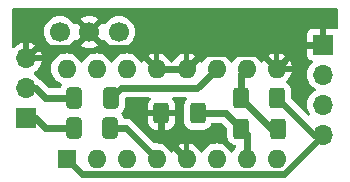
<source format=gbr>
%TF.GenerationSoftware,KiCad,Pcbnew,7.0.6*%
%TF.CreationDate,2023-11-12T17:11:07+05:00*%
%TF.ProjectId,FSKmodem,46534b6d-6f64-4656-9d2e-6b696361645f,rev?*%
%TF.SameCoordinates,Original*%
%TF.FileFunction,Copper,L2,Bot*%
%TF.FilePolarity,Positive*%
%FSLAX46Y46*%
G04 Gerber Fmt 4.6, Leading zero omitted, Abs format (unit mm)*
G04 Created by KiCad (PCBNEW 7.0.6) date 2023-11-12 17:11:07*
%MOMM*%
%LPD*%
G01*
G04 APERTURE LIST*
G04 Aperture macros list*
%AMRoundRect*
0 Rectangle with rounded corners*
0 $1 Rounding radius*
0 $2 $3 $4 $5 $6 $7 $8 $9 X,Y pos of 4 corners*
0 Add a 4 corners polygon primitive as box body*
4,1,4,$2,$3,$4,$5,$6,$7,$8,$9,$2,$3,0*
0 Add four circle primitives for the rounded corners*
1,1,$1+$1,$2,$3*
1,1,$1+$1,$4,$5*
1,1,$1+$1,$6,$7*
1,1,$1+$1,$8,$9*
0 Add four rect primitives between the rounded corners*
20,1,$1+$1,$2,$3,$4,$5,0*
20,1,$1+$1,$4,$5,$6,$7,0*
20,1,$1+$1,$6,$7,$8,$9,0*
20,1,$1+$1,$8,$9,$2,$3,0*%
G04 Aperture macros list end*
%TA.AperFunction,ComponentPad*%
%ADD10R,1.700000X1.700000*%
%TD*%
%TA.AperFunction,ComponentPad*%
%ADD11O,1.700000X1.700000*%
%TD*%
%TA.AperFunction,ComponentPad*%
%ADD12R,1.600000X1.600000*%
%TD*%
%TA.AperFunction,ComponentPad*%
%ADD13O,1.600000X1.600000*%
%TD*%
%TA.AperFunction,ComponentPad*%
%ADD14C,1.700000*%
%TD*%
%TA.AperFunction,SMDPad,CuDef*%
%ADD15RoundRect,0.250000X-0.400000X-0.625000X0.400000X-0.625000X0.400000X0.625000X-0.400000X0.625000X0*%
%TD*%
%TA.AperFunction,SMDPad,CuDef*%
%ADD16RoundRect,0.250000X0.412500X0.650000X-0.412500X0.650000X-0.412500X-0.650000X0.412500X-0.650000X0*%
%TD*%
%TA.AperFunction,Conductor*%
%ADD17C,0.600000*%
%TD*%
G04 APERTURE END LIST*
D10*
%TO.P,SV2,1,1*%
%TO.N,GND*%
X128975000Y-67282500D03*
D11*
%TO.P,SV2,2,2*%
%TO.N,Net-(IC1-TXD)*%
X128975000Y-69822500D03*
%TO.P,SV2,3,3*%
%TO.N,Net-(IC1-RXD)*%
X128975000Y-72362500D03*
%TO.P,SV2,4,4*%
%TO.N,+5V*%
X128975000Y-74902500D03*
%TD*%
D12*
%TO.P,IC1,1,VDD*%
%TO.N,+5V*%
X107240900Y-76945800D03*
D13*
%TO.P,IC1,2,CLK*%
%TO.N,unconnected-(IC1-CLK-Pad2)*%
X109780900Y-76945800D03*
%TO.P,IC1,3,CDT*%
%TO.N,unconnected-(IC1-CDT-Pad3)*%
X112320900Y-76945800D03*
%TO.P,IC1,4,RXA*%
%TO.N,Net-(IC1-RXA)*%
X114860900Y-76945800D03*
%TO.P,IC1,5,TRS*%
%TO.N,GND*%
X117400900Y-76945800D03*
%TO.P,IC1,6,RXT*%
%TO.N,unconnected-(IC1-RXT-Pad6)*%
X119940900Y-76945800D03*
%TO.P,IC1,7,RXB*%
%TO.N,Net-(IC1-RXB)*%
X122480900Y-76945800D03*
%TO.P,IC1,8,RXD*%
%TO.N,Net-(IC1-RXD)*%
X125020900Y-76945800D03*
%TO.P,IC1,9,VSS*%
%TO.N,GND*%
X125020900Y-69325800D03*
%TO.P,IC1,10,CDL*%
%TO.N,Net-(IC1-CDL)*%
X122480900Y-69325800D03*
%TO.P,IC1,11,TXA*%
%TO.N,Net-(IC1-TXA)*%
X119940900Y-69325800D03*
%TO.P,IC1,12,TXR2*%
%TO.N,GND*%
X117400900Y-69325800D03*
%TO.P,IC1,13,TXR1*%
X114860900Y-69325800D03*
%TO.P,IC1,14,TXD*%
%TO.N,Net-(IC1-TXD)*%
X112320900Y-69325800D03*
%TO.P,IC1,15,OSC1*%
%TO.N,Net-(IC1-OSC1)*%
X109780900Y-69325800D03*
%TO.P,IC1,16,OSC2*%
%TO.N,Net-(IC1-OSC2)*%
X107240900Y-69325800D03*
%TD*%
D10*
%TO.P,SV1,1,1*%
%TO.N,Net-(C1-Pad2)*%
X103825480Y-73528788D03*
D11*
%TO.P,SV1,2,2*%
%TO.N,Net-(C2-Pad2)*%
X103825480Y-70988788D03*
%TO.P,SV1,3,3*%
%TO.N,GND*%
X103825480Y-68448788D03*
%TD*%
D14*
%TO.P,Q1,1,1*%
%TO.N,Net-(IC1-OSC1)*%
X111685600Y-66208500D03*
%TO.P,Q1,2,VSS*%
%TO.N,GND*%
X109185600Y-66208500D03*
%TO.P,Q1,3,3*%
%TO.N,Net-(IC1-OSC2)*%
X106685600Y-66208500D03*
%TD*%
D15*
%TO.P,R2,1,1*%
%TO.N,Net-(IC1-RXB)*%
X122015594Y-74404922D03*
%TO.P,R2,2,2*%
%TO.N,Net-(IC1-CDL)*%
X125115594Y-74404922D03*
%TD*%
%TO.P,R1,1,1*%
%TO.N,Net-(IC1-CDL)*%
X121996163Y-71833726D03*
%TO.P,R1,2,2*%
%TO.N,+5V*%
X125096163Y-71833726D03*
%TD*%
%TO.P,R3,1,1*%
%TO.N,GND*%
X115270319Y-73104680D03*
%TO.P,R3,2,2*%
%TO.N,Net-(IC1-RXB)*%
X118370319Y-73104680D03*
%TD*%
D16*
%TO.P,C2,1,1*%
%TO.N,Net-(IC1-TXA)*%
X111008000Y-71760200D03*
%TO.P,C2,2,2*%
%TO.N,Net-(C2-Pad2)*%
X107883000Y-71760200D03*
%TD*%
%TO.P,C1,1,1*%
%TO.N,Net-(IC1-RXA)*%
X110961400Y-74349400D03*
%TO.P,C1,2,2*%
%TO.N,Net-(C1-Pad2)*%
X107836400Y-74349400D03*
%TD*%
D17*
%TO.N,Net-(IC1-RXB)*%
X122480900Y-74870228D02*
X122015594Y-74404922D01*
X122480900Y-76945800D02*
X122480900Y-74870228D01*
%TO.N,Net-(C1-Pad2)*%
X105448800Y-74349400D02*
X107836400Y-74349400D01*
X104628188Y-73528788D02*
X105448800Y-74349400D01*
X103825480Y-73528788D02*
X104628188Y-73528788D01*
%TO.N,Net-(C2-Pad2)*%
X105399600Y-71760200D02*
X107883000Y-71760200D01*
X104628188Y-70988788D02*
X105399600Y-71760200D01*
X103825480Y-70988788D02*
X104628188Y-70988788D01*
%TO.N,Net-(IC1-CDL)*%
X124567359Y-74404922D02*
X121996163Y-71833726D01*
X125115594Y-74404922D02*
X124567359Y-74404922D01*
%TO.N,Net-(IC1-RXB)*%
X120715352Y-73104680D02*
X122015594Y-74404922D01*
X118370319Y-73104680D02*
X120715352Y-73104680D01*
%TO.N,Net-(IC1-CDL)*%
X121996163Y-71833726D02*
X121996163Y-69810537D01*
X121996163Y-69810537D02*
X122480900Y-69325800D01*
%TO.N,+5V*%
X128164937Y-74902500D02*
X125096163Y-71833726D01*
X128975000Y-74902500D02*
X128164937Y-74902500D01*
%TO.N,GND*%
X115270319Y-74815219D02*
X117400900Y-76945800D01*
X115270319Y-73104680D02*
X115270319Y-74815219D01*
%TO.N,Net-(IC1-RXA)*%
X112264500Y-74349400D02*
X114860900Y-76945800D01*
X110961400Y-74349400D02*
X112264500Y-74349400D01*
%TO.N,Net-(IC1-TXA)*%
X118318300Y-70948400D02*
X111819800Y-70948400D01*
X111819800Y-70948400D02*
X111008000Y-71760200D01*
X119940900Y-69325800D02*
X118318300Y-70948400D01*
%TO.N,+5V*%
X125631700Y-78245800D02*
X128975000Y-74902500D01*
X107240900Y-76945800D02*
X108540900Y-78245800D01*
X108540900Y-78245800D02*
X125631700Y-78245800D01*
%TO.N,GND*%
X104675480Y-67598788D02*
X107795312Y-67598788D01*
X118700900Y-68025800D02*
X123720900Y-68025800D01*
X125020900Y-69325800D02*
X125730000Y-68616700D01*
X123720900Y-68025800D02*
X125020900Y-69325800D01*
X117400900Y-69325800D02*
X118700900Y-68025800D01*
X110535600Y-67558500D02*
X113093600Y-67558500D01*
X113093600Y-67558500D02*
X114860900Y-69325800D01*
X125730000Y-68580000D02*
X127027500Y-67282500D01*
X125730000Y-68616700D02*
X125730000Y-68580000D01*
X109185600Y-66208500D02*
X110535600Y-67558500D01*
X127027500Y-67282500D02*
X128975000Y-67282500D01*
X107795312Y-67598788D02*
X109185600Y-66208500D01*
X114860900Y-69325800D02*
X117400900Y-69325800D01*
X103825480Y-68448788D02*
X104675480Y-67598788D01*
%TD*%
%TA.AperFunction,Conductor*%
%TO.N,GND*%
G36*
X114308115Y-71768585D02*
G01*
X114353870Y-71821389D01*
X114363814Y-71890547D01*
X114334789Y-71954103D01*
X114328757Y-71960581D01*
X114278003Y-72011334D01*
X114185962Y-72160555D01*
X114185960Y-72160560D01*
X114130813Y-72326982D01*
X114130812Y-72326989D01*
X114120319Y-72429693D01*
X114120319Y-72854680D01*
X116420318Y-72854680D01*
X116420318Y-72429708D01*
X116420317Y-72429693D01*
X116409824Y-72326982D01*
X116354677Y-72160560D01*
X116354675Y-72160555D01*
X116262634Y-72011334D01*
X116211881Y-71960581D01*
X116178396Y-71899258D01*
X116183380Y-71829566D01*
X116225252Y-71773633D01*
X116290716Y-71749216D01*
X116299562Y-71748900D01*
X117340369Y-71748900D01*
X117407408Y-71768585D01*
X117453163Y-71821389D01*
X117463107Y-71890547D01*
X117434082Y-71954103D01*
X117428050Y-71960581D01*
X117377608Y-72011022D01*
X117285506Y-72160343D01*
X117285504Y-72160348D01*
X117264040Y-72225123D01*
X117230320Y-72326883D01*
X117230320Y-72326884D01*
X117230319Y-72326884D01*
X117219819Y-72429663D01*
X117219819Y-73779681D01*
X117219820Y-73779698D01*
X117230319Y-73882476D01*
X117230320Y-73882479D01*
X117281126Y-74035800D01*
X117285505Y-74049014D01*
X117377607Y-74198336D01*
X117501663Y-74322392D01*
X117650985Y-74414494D01*
X117817522Y-74469679D01*
X117920310Y-74480180D01*
X118820327Y-74480179D01*
X118820335Y-74480178D01*
X118820338Y-74480178D01*
X118876621Y-74474428D01*
X118923116Y-74469679D01*
X119089653Y-74414494D01*
X119238975Y-74322392D01*
X119363031Y-74198336D01*
X119455133Y-74049014D01*
X119474630Y-73990173D01*
X119514403Y-73932731D01*
X119578919Y-73905908D01*
X119592336Y-73905180D01*
X120332412Y-73905180D01*
X120399451Y-73924865D01*
X120420093Y-73941499D01*
X120828775Y-74350181D01*
X120862260Y-74411504D01*
X120865094Y-74437862D01*
X120865094Y-75079923D01*
X120865095Y-75079941D01*
X120875594Y-75182718D01*
X120875595Y-75182721D01*
X120908219Y-75281173D01*
X120930780Y-75349256D01*
X121022882Y-75498578D01*
X121146938Y-75622634D01*
X121296260Y-75714736D01*
X121462797Y-75769921D01*
X121494566Y-75773166D01*
X121525109Y-75776287D01*
X121589800Y-75802683D01*
X121629952Y-75859864D01*
X121632815Y-75929675D01*
X121600187Y-75987326D01*
X121480854Y-76106658D01*
X121350332Y-76293065D01*
X121350330Y-76293068D01*
X121323280Y-76351077D01*
X121277107Y-76403515D01*
X121209913Y-76422666D01*
X121143032Y-76402449D01*
X121098519Y-76351077D01*
X121071468Y-76293066D01*
X120993756Y-76182080D01*
X120940945Y-76106658D01*
X120780041Y-75945754D01*
X120593634Y-75815232D01*
X120593632Y-75815231D01*
X120387397Y-75719061D01*
X120387388Y-75719058D01*
X120167597Y-75660166D01*
X120167593Y-75660165D01*
X120167592Y-75660165D01*
X120167591Y-75660164D01*
X120167586Y-75660164D01*
X119940902Y-75640332D01*
X119940898Y-75640332D01*
X119714213Y-75660164D01*
X119714202Y-75660166D01*
X119494411Y-75719058D01*
X119494402Y-75719061D01*
X119288167Y-75815231D01*
X119288165Y-75815232D01*
X119101758Y-75945754D01*
X118940854Y-76106658D01*
X118810334Y-76293063D01*
X118810332Y-76293066D01*
X118783283Y-76351074D01*
X118783006Y-76351667D01*
X118736833Y-76404106D01*
X118669639Y-76423257D01*
X118602758Y-76403041D01*
X118558242Y-76351665D01*
X118531035Y-76293320D01*
X118531034Y-76293318D01*
X118400557Y-76106979D01*
X118239720Y-75946142D01*
X118053382Y-75815665D01*
X117847228Y-75719534D01*
X117650900Y-75666927D01*
X117650900Y-76630114D01*
X117638945Y-76618159D01*
X117526048Y-76560635D01*
X117432381Y-76545800D01*
X117369419Y-76545800D01*
X117275752Y-76560635D01*
X117162855Y-76618159D01*
X117150900Y-76630114D01*
X117150900Y-75666927D01*
X116954571Y-75719534D01*
X116748417Y-75815665D01*
X116562079Y-75946142D01*
X116401242Y-76106979D01*
X116270767Y-76293315D01*
X116243557Y-76351667D01*
X116197384Y-76404106D01*
X116130190Y-76423257D01*
X116063309Y-76403041D01*
X116018793Y-76351665D01*
X116018517Y-76351074D01*
X115991468Y-76293066D01*
X115860947Y-76106661D01*
X115860945Y-76106658D01*
X115700041Y-75945754D01*
X115513634Y-75815232D01*
X115513632Y-75815231D01*
X115307397Y-75719061D01*
X115307388Y-75719058D01*
X115087597Y-75660166D01*
X115087593Y-75660165D01*
X115087592Y-75660165D01*
X115087591Y-75660164D01*
X115087586Y-75660164D01*
X114860902Y-75640332D01*
X114860898Y-75640332D01*
X114759060Y-75649241D01*
X114690560Y-75635474D01*
X114660572Y-75613394D01*
X112766762Y-73719584D01*
X112766759Y-73719582D01*
X112731404Y-73697366D01*
X112725729Y-73693340D01*
X112693089Y-73667310D01*
X112655459Y-73649187D01*
X112649372Y-73645822D01*
X112614025Y-73623612D01*
X112574614Y-73609821D01*
X112568188Y-73607159D01*
X112530561Y-73589039D01*
X112489845Y-73579745D01*
X112483162Y-73577820D01*
X112443759Y-73564032D01*
X112402263Y-73559355D01*
X112395408Y-73558191D01*
X112354700Y-73548901D01*
X112354696Y-73548900D01*
X112354694Y-73548900D01*
X112354691Y-73548900D01*
X112204201Y-73548900D01*
X112137162Y-73529215D01*
X112091407Y-73476411D01*
X112086495Y-73463904D01*
X112065649Y-73400995D01*
X112058714Y-73380066D01*
X112043056Y-73354680D01*
X114120320Y-73354680D01*
X114120320Y-73779666D01*
X114130813Y-73882377D01*
X114185960Y-74048799D01*
X114185962Y-74048804D01*
X114278003Y-74198025D01*
X114401973Y-74321995D01*
X114551194Y-74414036D01*
X114551199Y-74414038D01*
X114717621Y-74469185D01*
X114717628Y-74469186D01*
X114820338Y-74479679D01*
X115020317Y-74479679D01*
X115020318Y-74479678D01*
X115020319Y-73354680D01*
X115520319Y-73354680D01*
X115520319Y-74479679D01*
X115720291Y-74479679D01*
X115720305Y-74479678D01*
X115823016Y-74469185D01*
X115989438Y-74414038D01*
X115989443Y-74414036D01*
X116138664Y-74321995D01*
X116262634Y-74198025D01*
X116354675Y-74048804D01*
X116354677Y-74048799D01*
X116409824Y-73882377D01*
X116409825Y-73882370D01*
X116420318Y-73779666D01*
X116420319Y-73779653D01*
X116420319Y-73354680D01*
X115520319Y-73354680D01*
X115020319Y-73354680D01*
X114120320Y-73354680D01*
X112043056Y-73354680D01*
X111966612Y-73230744D01*
X111901649Y-73165781D01*
X111868164Y-73104458D01*
X111873148Y-73034766D01*
X111901649Y-72990419D01*
X111948249Y-72943819D01*
X112013212Y-72878856D01*
X112105314Y-72729534D01*
X112160499Y-72562997D01*
X112171000Y-72460209D01*
X112170999Y-71872899D01*
X112190683Y-71805861D01*
X112243487Y-71760106D01*
X112294999Y-71748900D01*
X114241076Y-71748900D01*
X114308115Y-71768585D01*
G37*
%TD.AperFunction*%
%TA.AperFunction,Conductor*%
G36*
X130166885Y-64212236D02*
G01*
X130212640Y-64265040D01*
X130223846Y-64316551D01*
X130223846Y-65869019D01*
X130204161Y-65936058D01*
X130151357Y-65981813D01*
X130082199Y-65991757D01*
X130056514Y-65985201D01*
X129932382Y-65938903D01*
X129932372Y-65938901D01*
X129872844Y-65932500D01*
X129225000Y-65932500D01*
X129225000Y-66846998D01*
X129117315Y-66797820D01*
X129010763Y-66782500D01*
X128939237Y-66782500D01*
X128832685Y-66797820D01*
X128724999Y-66846998D01*
X128725000Y-65932500D01*
X128077155Y-65932500D01*
X128017627Y-65938901D01*
X128017620Y-65938903D01*
X127882913Y-65989145D01*
X127882906Y-65989149D01*
X127767812Y-66075309D01*
X127767809Y-66075312D01*
X127681649Y-66190406D01*
X127681645Y-66190413D01*
X127631403Y-66325120D01*
X127631401Y-66325127D01*
X127625000Y-66384655D01*
X127625000Y-67032500D01*
X128541314Y-67032500D01*
X128515507Y-67072656D01*
X128475000Y-67210611D01*
X128475000Y-67354389D01*
X128515507Y-67492344D01*
X128541314Y-67532500D01*
X127625000Y-67532500D01*
X127625000Y-68180344D01*
X127631401Y-68239872D01*
X127631403Y-68239879D01*
X127681645Y-68374586D01*
X127681649Y-68374593D01*
X127767809Y-68489687D01*
X127767812Y-68489690D01*
X127882906Y-68575850D01*
X127882913Y-68575854D01*
X128014470Y-68624921D01*
X128070403Y-68666792D01*
X128094821Y-68732256D01*
X128079970Y-68800529D01*
X128058819Y-68828784D01*
X127936503Y-68951100D01*
X127800965Y-69144669D01*
X127800964Y-69144671D01*
X127701098Y-69358835D01*
X127701094Y-69358844D01*
X127639938Y-69587086D01*
X127639936Y-69587096D01*
X127619341Y-69822499D01*
X127619341Y-69822500D01*
X127639936Y-70057903D01*
X127639938Y-70057913D01*
X127701094Y-70286155D01*
X127701096Y-70286159D01*
X127701097Y-70286163D01*
X127772403Y-70439079D01*
X127800965Y-70500330D01*
X127800967Y-70500334D01*
X127936501Y-70693895D01*
X127936506Y-70693902D01*
X128103597Y-70860993D01*
X128103603Y-70860998D01*
X128289158Y-70990925D01*
X128332783Y-71045502D01*
X128339977Y-71115000D01*
X128308454Y-71177355D01*
X128289158Y-71194075D01*
X128103597Y-71324005D01*
X127936505Y-71491097D01*
X127800965Y-71684669D01*
X127800964Y-71684671D01*
X127701098Y-71898835D01*
X127701094Y-71898844D01*
X127639938Y-72127086D01*
X127639936Y-72127096D01*
X127619341Y-72362499D01*
X127619341Y-72362500D01*
X127639936Y-72597903D01*
X127639938Y-72597913D01*
X127701094Y-72826155D01*
X127701096Y-72826159D01*
X127701097Y-72826163D01*
X127755961Y-72943819D01*
X127800965Y-73040330D01*
X127800967Y-73040334D01*
X127843145Y-73100570D01*
X127865472Y-73166776D01*
X127848462Y-73234543D01*
X127797514Y-73282356D01*
X127728804Y-73295034D01*
X127664147Y-73268552D01*
X127653889Y-73259374D01*
X126282981Y-71888465D01*
X126249496Y-71827142D01*
X126246662Y-71800784D01*
X126246662Y-71158724D01*
X126246661Y-71158707D01*
X126236162Y-71055929D01*
X126236161Y-71055926D01*
X126214622Y-70990925D01*
X126180977Y-70889392D01*
X126088875Y-70740070D01*
X125964819Y-70616014D01*
X125848787Y-70544445D01*
X125802064Y-70492498D01*
X125790841Y-70423535D01*
X125818685Y-70359453D01*
X125842764Y-70337330D01*
X125859720Y-70325457D01*
X126020557Y-70164620D01*
X126151034Y-69978282D01*
X126247165Y-69772126D01*
X126247169Y-69772117D01*
X126299772Y-69575800D01*
X125336586Y-69575800D01*
X125348541Y-69563845D01*
X125406065Y-69450948D01*
X125425886Y-69325800D01*
X125406065Y-69200652D01*
X125348541Y-69087755D01*
X125336586Y-69075800D01*
X126299772Y-69075800D01*
X126299772Y-69075799D01*
X126247169Y-68879482D01*
X126247165Y-68879473D01*
X126151034Y-68673317D01*
X126020557Y-68486979D01*
X125859720Y-68326142D01*
X125673382Y-68195665D01*
X125467228Y-68099534D01*
X125270900Y-68046927D01*
X125270899Y-69010113D01*
X125258945Y-68998159D01*
X125146048Y-68940635D01*
X125052381Y-68925800D01*
X124989419Y-68925800D01*
X124895752Y-68940635D01*
X124782855Y-68998159D01*
X124770900Y-69010114D01*
X124770900Y-68046927D01*
X124574571Y-68099534D01*
X124368417Y-68195665D01*
X124182079Y-68326142D01*
X124021242Y-68486979D01*
X123890767Y-68673315D01*
X123863557Y-68731667D01*
X123817384Y-68784106D01*
X123750190Y-68803257D01*
X123683309Y-68783041D01*
X123638793Y-68731665D01*
X123638517Y-68731074D01*
X123611468Y-68673066D01*
X123480947Y-68486661D01*
X123480945Y-68486658D01*
X123320041Y-68325754D01*
X123133634Y-68195232D01*
X123133632Y-68195231D01*
X122927397Y-68099061D01*
X122927388Y-68099058D01*
X122707597Y-68040166D01*
X122707593Y-68040165D01*
X122707592Y-68040165D01*
X122707591Y-68040164D01*
X122707586Y-68040164D01*
X122480902Y-68020332D01*
X122480898Y-68020332D01*
X122254213Y-68040164D01*
X122254202Y-68040166D01*
X122034411Y-68099058D01*
X122034402Y-68099061D01*
X121828167Y-68195231D01*
X121828165Y-68195232D01*
X121641758Y-68325754D01*
X121480854Y-68486658D01*
X121350332Y-68673065D01*
X121350330Y-68673068D01*
X121323280Y-68731077D01*
X121277107Y-68783515D01*
X121209913Y-68802666D01*
X121143032Y-68782449D01*
X121098519Y-68731077D01*
X121071468Y-68673066D01*
X121049602Y-68641837D01*
X120940945Y-68486658D01*
X120780041Y-68325754D01*
X120593634Y-68195232D01*
X120593632Y-68195231D01*
X120387397Y-68099061D01*
X120387388Y-68099058D01*
X120167597Y-68040166D01*
X120167593Y-68040165D01*
X120167592Y-68040165D01*
X120167591Y-68040164D01*
X120167586Y-68040164D01*
X119940902Y-68020332D01*
X119940898Y-68020332D01*
X119714213Y-68040164D01*
X119714202Y-68040166D01*
X119494411Y-68099058D01*
X119494402Y-68099061D01*
X119288167Y-68195231D01*
X119288165Y-68195232D01*
X119101758Y-68325754D01*
X118940854Y-68486658D01*
X118810334Y-68673063D01*
X118810332Y-68673066D01*
X118783283Y-68731074D01*
X118783006Y-68731667D01*
X118736833Y-68784106D01*
X118669639Y-68803257D01*
X118602758Y-68783041D01*
X118558242Y-68731665D01*
X118531035Y-68673320D01*
X118531034Y-68673318D01*
X118400557Y-68486979D01*
X118239720Y-68326142D01*
X118053382Y-68195665D01*
X117847228Y-68099534D01*
X117650900Y-68046927D01*
X117650900Y-69010114D01*
X117638945Y-68998159D01*
X117526048Y-68940635D01*
X117432381Y-68925800D01*
X117369419Y-68925800D01*
X117275752Y-68940635D01*
X117162855Y-68998159D01*
X117150900Y-69010114D01*
X117150900Y-68046927D01*
X116954571Y-68099534D01*
X116748417Y-68195665D01*
X116562079Y-68326142D01*
X116401242Y-68486979D01*
X116270765Y-68673317D01*
X116243282Y-68732257D01*
X116197110Y-68784696D01*
X116129916Y-68803848D01*
X116063035Y-68783632D01*
X116018518Y-68732257D01*
X115991034Y-68673317D01*
X115860557Y-68486979D01*
X115699720Y-68326142D01*
X115513382Y-68195665D01*
X115307228Y-68099534D01*
X115110900Y-68046927D01*
X115110900Y-69010114D01*
X115098945Y-68998159D01*
X114986048Y-68940635D01*
X114892381Y-68925800D01*
X114829419Y-68925800D01*
X114735752Y-68940635D01*
X114622855Y-68998159D01*
X114610900Y-69010114D01*
X114610900Y-68046927D01*
X114414571Y-68099534D01*
X114208417Y-68195665D01*
X114022079Y-68326142D01*
X113861242Y-68486979D01*
X113730767Y-68673315D01*
X113703557Y-68731667D01*
X113657384Y-68784106D01*
X113590190Y-68803257D01*
X113523309Y-68783041D01*
X113478793Y-68731665D01*
X113478517Y-68731074D01*
X113451468Y-68673066D01*
X113320947Y-68486661D01*
X113320945Y-68486658D01*
X113160041Y-68325754D01*
X112973634Y-68195232D01*
X112973632Y-68195231D01*
X112767397Y-68099061D01*
X112767388Y-68099058D01*
X112547597Y-68040166D01*
X112547593Y-68040165D01*
X112547592Y-68040165D01*
X112547591Y-68040164D01*
X112547586Y-68040164D01*
X112320902Y-68020332D01*
X112320898Y-68020332D01*
X112094213Y-68040164D01*
X112094202Y-68040166D01*
X111874411Y-68099058D01*
X111874402Y-68099061D01*
X111668167Y-68195231D01*
X111668165Y-68195232D01*
X111481758Y-68325754D01*
X111320854Y-68486658D01*
X111190332Y-68673065D01*
X111190331Y-68673067D01*
X111163282Y-68731075D01*
X111117109Y-68783514D01*
X111049916Y-68802666D01*
X110983035Y-68782450D01*
X110938518Y-68731075D01*
X110911586Y-68673320D01*
X110911468Y-68673066D01*
X110780947Y-68486661D01*
X110780945Y-68486658D01*
X110620041Y-68325754D01*
X110433634Y-68195232D01*
X110433632Y-68195231D01*
X110227397Y-68099061D01*
X110227388Y-68099058D01*
X110007597Y-68040166D01*
X110007593Y-68040165D01*
X110007592Y-68040165D01*
X110007591Y-68040164D01*
X110007586Y-68040164D01*
X109780902Y-68020332D01*
X109780898Y-68020332D01*
X109554213Y-68040164D01*
X109554202Y-68040166D01*
X109334411Y-68099058D01*
X109334402Y-68099061D01*
X109128167Y-68195231D01*
X109128165Y-68195232D01*
X108941758Y-68325754D01*
X108780854Y-68486658D01*
X108650332Y-68673065D01*
X108650331Y-68673067D01*
X108623282Y-68731075D01*
X108577109Y-68783514D01*
X108509916Y-68802666D01*
X108443035Y-68782450D01*
X108398518Y-68731075D01*
X108371586Y-68673320D01*
X108371468Y-68673066D01*
X108240947Y-68486661D01*
X108240945Y-68486658D01*
X108080041Y-68325754D01*
X107893634Y-68195232D01*
X107893632Y-68195231D01*
X107687397Y-68099061D01*
X107687388Y-68099058D01*
X107467597Y-68040166D01*
X107467593Y-68040165D01*
X107467592Y-68040165D01*
X107467591Y-68040164D01*
X107467586Y-68040164D01*
X107240902Y-68020332D01*
X107240898Y-68020332D01*
X107014213Y-68040164D01*
X107014202Y-68040166D01*
X106794411Y-68099058D01*
X106794402Y-68099061D01*
X106588167Y-68195231D01*
X106588165Y-68195232D01*
X106401758Y-68325754D01*
X106240854Y-68486658D01*
X106110332Y-68673065D01*
X106110331Y-68673067D01*
X106014161Y-68879302D01*
X106014158Y-68879311D01*
X105955266Y-69099102D01*
X105955264Y-69099113D01*
X105935432Y-69325798D01*
X105935432Y-69325801D01*
X105955264Y-69552486D01*
X105955266Y-69552497D01*
X106014158Y-69772288D01*
X106014161Y-69772297D01*
X106110331Y-69978532D01*
X106110332Y-69978534D01*
X106240854Y-70164941D01*
X106401758Y-70325845D01*
X106421995Y-70340015D01*
X106588166Y-70456368D01*
X106775516Y-70543731D01*
X106827955Y-70589903D01*
X106847107Y-70657097D01*
X106828650Y-70721209D01*
X106785689Y-70790859D01*
X106785685Y-70790868D01*
X106757905Y-70874704D01*
X106718132Y-70932149D01*
X106653616Y-70958972D01*
X106640199Y-70959700D01*
X105782540Y-70959700D01*
X105715501Y-70940015D01*
X105694859Y-70923381D01*
X105130450Y-70358972D01*
X105130447Y-70358970D01*
X105095092Y-70336754D01*
X105089417Y-70332728D01*
X105056775Y-70306697D01*
X105056776Y-70306697D01*
X105019148Y-70288575D01*
X105013064Y-70285213D01*
X104977903Y-70263120D01*
X104942304Y-70229253D01*
X104863975Y-70117387D01*
X104863973Y-70117384D01*
X104696882Y-69950294D01*
X104696881Y-69950293D01*
X104514374Y-69822500D01*
X104510885Y-69820057D01*
X104467261Y-69765480D01*
X104460068Y-69695981D01*
X104491590Y-69633627D01*
X104510885Y-69616907D01*
X104696562Y-69486893D01*
X104863585Y-69319870D01*
X104999080Y-69126366D01*
X105098909Y-68912280D01*
X105098912Y-68912274D01*
X105156116Y-68698788D01*
X104259166Y-68698788D01*
X104284973Y-68658632D01*
X104325480Y-68520677D01*
X104325480Y-68376899D01*
X104284973Y-68238944D01*
X104259166Y-68198788D01*
X105156116Y-68198788D01*
X105156115Y-68198787D01*
X105098912Y-67985301D01*
X105098909Y-67985295D01*
X104999080Y-67771210D01*
X104999079Y-67771208D01*
X104863593Y-67577714D01*
X104863588Y-67577708D01*
X104696562Y-67410682D01*
X104503058Y-67275187D01*
X104288972Y-67175358D01*
X104288966Y-67175355D01*
X104075480Y-67118152D01*
X104075479Y-67118152D01*
X104075479Y-68013286D01*
X103967795Y-67964108D01*
X103861243Y-67948788D01*
X103789717Y-67948788D01*
X103683165Y-67964108D01*
X103575479Y-68013286D01*
X103575479Y-67118152D01*
X103575478Y-67118152D01*
X103361985Y-67175358D01*
X103147902Y-67275187D01*
X103147900Y-67275188D01*
X102954406Y-67410674D01*
X102827592Y-67537488D01*
X102766269Y-67570972D01*
X102696577Y-67565988D01*
X102640644Y-67524116D01*
X102616227Y-67458652D01*
X102615911Y-67449547D01*
X102618651Y-66208500D01*
X105329941Y-66208500D01*
X105350536Y-66443903D01*
X105350538Y-66443913D01*
X105411694Y-66672155D01*
X105411696Y-66672159D01*
X105411697Y-66672163D01*
X105463148Y-66782500D01*
X105511565Y-66886330D01*
X105511567Y-66886334D01*
X105557339Y-66951702D01*
X105647105Y-67079901D01*
X105814199Y-67246995D01*
X105854463Y-67275188D01*
X106007765Y-67382532D01*
X106007767Y-67382533D01*
X106007770Y-67382535D01*
X106221937Y-67482403D01*
X106450192Y-67543563D01*
X106638518Y-67560039D01*
X106685599Y-67564159D01*
X106685600Y-67564159D01*
X106685601Y-67564159D01*
X106724834Y-67560726D01*
X106921008Y-67543563D01*
X107149263Y-67482403D01*
X107363430Y-67382535D01*
X107557001Y-67246995D01*
X107724095Y-67079901D01*
X107834330Y-66922468D01*
X107888907Y-66878844D01*
X107958405Y-66871650D01*
X108020760Y-66903173D01*
X108037480Y-66922469D01*
X108070672Y-66969873D01*
X108070673Y-66969873D01*
X108702523Y-66338023D01*
X108726107Y-66418344D01*
X108803839Y-66539298D01*
X108912500Y-66633452D01*
X109043285Y-66693180D01*
X109053066Y-66694586D01*
X108424225Y-67323425D01*
X108508021Y-67382099D01*
X108722107Y-67481929D01*
X108722116Y-67481933D01*
X108950273Y-67543067D01*
X108950284Y-67543069D01*
X109185598Y-67563657D01*
X109185602Y-67563657D01*
X109420915Y-67543069D01*
X109420926Y-67543067D01*
X109649083Y-67481933D01*
X109649092Y-67481929D01*
X109863178Y-67382100D01*
X109863182Y-67382098D01*
X109946973Y-67323426D01*
X109946973Y-67323425D01*
X109318133Y-66694586D01*
X109327915Y-66693180D01*
X109458700Y-66633452D01*
X109567361Y-66539298D01*
X109645093Y-66418344D01*
X109668676Y-66338024D01*
X110300525Y-66969873D01*
X110333719Y-66922468D01*
X110388296Y-66878843D01*
X110457794Y-66871649D01*
X110520149Y-66903172D01*
X110536869Y-66922468D01*
X110647100Y-67079895D01*
X110647105Y-67079901D01*
X110814199Y-67246995D01*
X110854463Y-67275188D01*
X111007765Y-67382532D01*
X111007767Y-67382533D01*
X111007770Y-67382535D01*
X111221937Y-67482403D01*
X111450192Y-67543563D01*
X111638518Y-67560039D01*
X111685599Y-67564159D01*
X111685600Y-67564159D01*
X111685601Y-67564159D01*
X111724834Y-67560726D01*
X111921008Y-67543563D01*
X112149263Y-67482403D01*
X112363430Y-67382535D01*
X112557001Y-67246995D01*
X112724095Y-67079901D01*
X112859635Y-66886330D01*
X112959503Y-66672163D01*
X113020663Y-66443908D01*
X113041259Y-66208500D01*
X113020663Y-65973092D01*
X112959503Y-65744837D01*
X112859635Y-65530671D01*
X112834331Y-65494532D01*
X112724094Y-65337097D01*
X112557002Y-65170006D01*
X112556995Y-65170001D01*
X112363434Y-65034467D01*
X112363430Y-65034465D01*
X112363428Y-65034464D01*
X112149263Y-64934597D01*
X112149259Y-64934596D01*
X112149255Y-64934594D01*
X111921013Y-64873438D01*
X111921003Y-64873436D01*
X111685601Y-64852841D01*
X111685599Y-64852841D01*
X111450196Y-64873436D01*
X111450186Y-64873438D01*
X111221944Y-64934594D01*
X111221935Y-64934598D01*
X111007771Y-65034464D01*
X111007769Y-65034465D01*
X110814197Y-65170005D01*
X110647108Y-65337094D01*
X110536869Y-65494532D01*
X110482292Y-65538156D01*
X110412793Y-65545349D01*
X110350439Y-65513827D01*
X110333719Y-65494531D01*
X110300526Y-65447126D01*
X110300525Y-65447125D01*
X109668676Y-66078975D01*
X109645093Y-65998656D01*
X109567361Y-65877702D01*
X109458700Y-65783548D01*
X109327915Y-65723820D01*
X109318133Y-65722413D01*
X109946973Y-65093573D01*
X109946973Y-65093572D01*
X109863183Y-65034902D01*
X109863179Y-65034900D01*
X109649092Y-64935070D01*
X109649083Y-64935066D01*
X109420926Y-64873932D01*
X109420915Y-64873930D01*
X109185602Y-64853343D01*
X109185598Y-64853343D01*
X108950284Y-64873930D01*
X108950273Y-64873932D01*
X108722116Y-64935066D01*
X108722107Y-64935070D01*
X108508019Y-65034901D01*
X108424225Y-65093572D01*
X109053066Y-65722413D01*
X109043285Y-65723820D01*
X108912500Y-65783548D01*
X108803839Y-65877702D01*
X108726107Y-65998656D01*
X108702523Y-66078975D01*
X108070673Y-65447125D01*
X108070671Y-65447126D01*
X108037479Y-65494531D01*
X107982902Y-65538156D01*
X107913404Y-65545350D01*
X107851049Y-65513827D01*
X107834330Y-65494532D01*
X107724095Y-65337099D01*
X107557001Y-65170005D01*
X107447845Y-65093573D01*
X107363434Y-65034467D01*
X107363430Y-65034465D01*
X107363428Y-65034464D01*
X107149263Y-64934597D01*
X107149259Y-64934596D01*
X107149255Y-64934594D01*
X106921013Y-64873438D01*
X106921003Y-64873436D01*
X106685601Y-64852841D01*
X106685599Y-64852841D01*
X106450196Y-64873436D01*
X106450186Y-64873438D01*
X106221944Y-64934594D01*
X106221935Y-64934598D01*
X106007771Y-65034464D01*
X106007769Y-65034465D01*
X105814197Y-65170005D01*
X105647105Y-65337097D01*
X105511565Y-65530669D01*
X105511564Y-65530671D01*
X105411698Y-65744835D01*
X105411694Y-65744844D01*
X105350538Y-65973086D01*
X105350536Y-65973096D01*
X105329941Y-66208499D01*
X105329941Y-66208500D01*
X102618651Y-66208500D01*
X102622812Y-64323529D01*
X102642645Y-64256534D01*
X102695550Y-64210896D01*
X102746663Y-64199804D01*
X108963222Y-64192551D01*
X130099846Y-64192551D01*
X130166885Y-64212236D01*
G37*
%TD.AperFunction*%
%TA.AperFunction,Conductor*%
G36*
X117073259Y-69087755D02*
G01*
X117015735Y-69200652D01*
X116995914Y-69325800D01*
X117015735Y-69450948D01*
X117073259Y-69563845D01*
X117085214Y-69575800D01*
X115176586Y-69575800D01*
X115188541Y-69563845D01*
X115246065Y-69450948D01*
X115265886Y-69325800D01*
X115246065Y-69200652D01*
X115188541Y-69087755D01*
X115176586Y-69075800D01*
X117085214Y-69075800D01*
X117073259Y-69087755D01*
G37*
%TD.AperFunction*%
%TD*%
M02*

</source>
